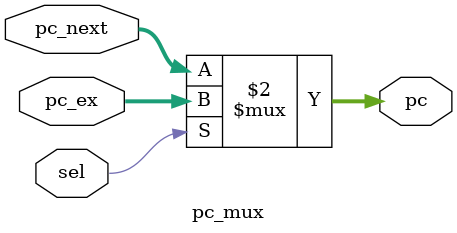
<source format=v>
module pc_mux(pc_next, pc_ex, sel, pc);
    input [31:0] pc_next, pc_ex;
    input sel;
    output [31:0] pc;

    assign pc = (sel == 1'b1) ? pc_ex : pc_next;
endmodule
</source>
